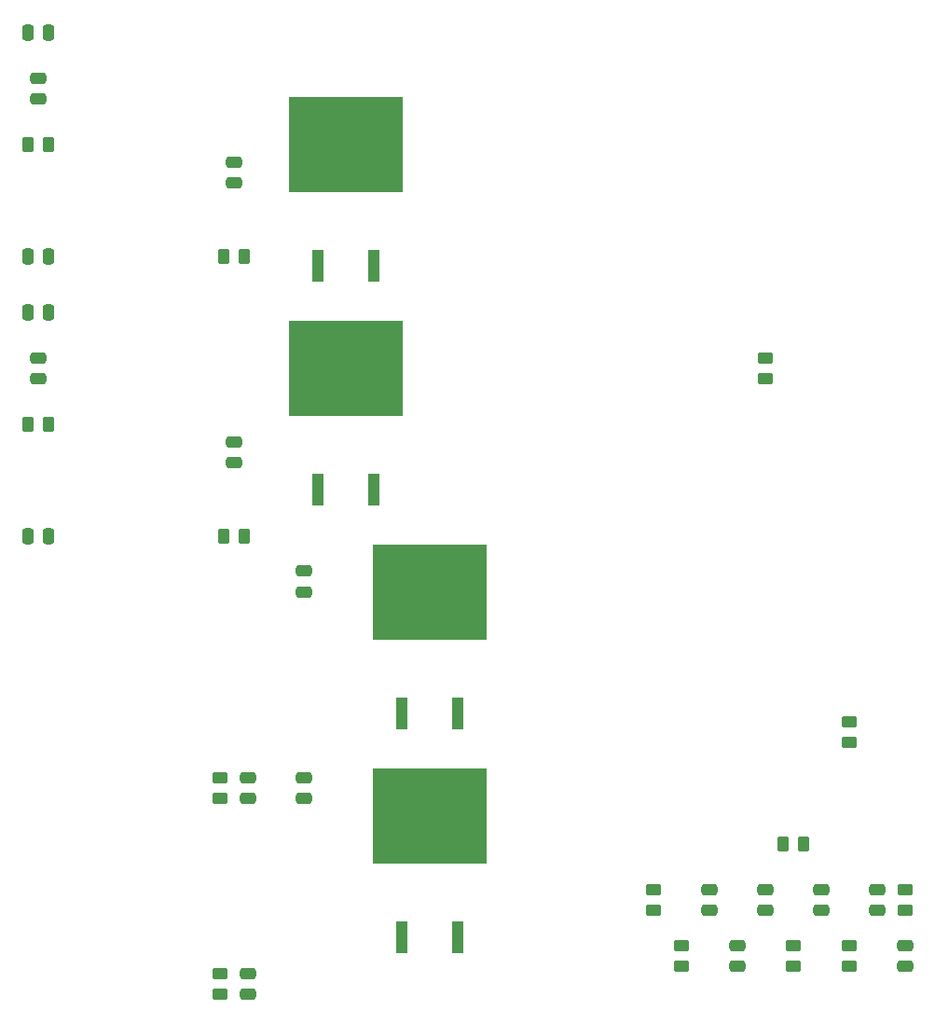
<source format=gbr>
%TF.GenerationSoftware,KiCad,Pcbnew,(6.0.1)*%
%TF.CreationDate,2022-02-19T17:03:56+01:00*%
%TF.ProjectId,PSU,5053552e-6b69-4636-9164-5f7063625858,rev?*%
%TF.SameCoordinates,Original*%
%TF.FileFunction,Paste,Top*%
%TF.FilePolarity,Positive*%
%FSLAX46Y46*%
G04 Gerber Fmt 4.6, Leading zero omitted, Abs format (unit mm)*
G04 Created by KiCad (PCBNEW (6.0.1)) date 2022-02-19 17:03:56*
%MOMM*%
%LPD*%
G01*
G04 APERTURE LIST*
G04 Aperture macros list*
%AMRoundRect*
0 Rectangle with rounded corners*
0 $1 Rounding radius*
0 $2 $3 $4 $5 $6 $7 $8 $9 X,Y pos of 4 corners*
0 Add a 4 corners polygon primitive as box body*
4,1,4,$2,$3,$4,$5,$6,$7,$8,$9,$2,$3,0*
0 Add four circle primitives for the rounded corners*
1,1,$1+$1,$2,$3*
1,1,$1+$1,$4,$5*
1,1,$1+$1,$6,$7*
1,1,$1+$1,$8,$9*
0 Add four rect primitives between the rounded corners*
20,1,$1+$1,$2,$3,$4,$5,0*
20,1,$1+$1,$4,$5,$6,$7,0*
20,1,$1+$1,$6,$7,$8,$9,0*
20,1,$1+$1,$8,$9,$2,$3,0*%
G04 Aperture macros list end*
%ADD10RoundRect,0.250000X0.450000X-0.262500X0.450000X0.262500X-0.450000X0.262500X-0.450000X-0.262500X0*%
%ADD11RoundRect,0.250000X0.262500X0.450000X-0.262500X0.450000X-0.262500X-0.450000X0.262500X-0.450000X0*%
%ADD12RoundRect,0.250000X-0.450000X0.262500X-0.450000X-0.262500X0.450000X-0.262500X0.450000X0.262500X0*%
%ADD13RoundRect,0.250000X-0.262500X-0.450000X0.262500X-0.450000X0.262500X0.450000X-0.262500X0.450000X0*%
%ADD14R,0.990600X2.997200*%
%ADD15R,10.337800X8.712200*%
%ADD16RoundRect,0.250000X0.475000X-0.250000X0.475000X0.250000X-0.475000X0.250000X-0.475000X-0.250000X0*%
%ADD17RoundRect,0.250000X-0.475000X0.250000X-0.475000X-0.250000X0.475000X-0.250000X0.475000X0.250000X0*%
%ADD18RoundRect,0.250000X-0.250000X-0.475000X0.250000X-0.475000X0.250000X0.475000X-0.250000X0.475000X0*%
G04 APERTURE END LIST*
D10*
%TO.C,R2*%
X76200000Y-120292500D03*
X76200000Y-118467500D03*
%TD*%
%TO.C,R14*%
X83820000Y-66952500D03*
X83820000Y-65127500D03*
%TD*%
%TO.C,R13*%
X91440000Y-99972500D03*
X91440000Y-98147500D03*
%TD*%
D11*
%TO.C,R12*%
X18692500Y-71120000D03*
X16867500Y-71120000D03*
%TD*%
D10*
%TO.C,R11*%
X34290000Y-122832500D03*
X34290000Y-121007500D03*
%TD*%
D11*
%TO.C,R10*%
X36472500Y-81280000D03*
X34647500Y-81280000D03*
%TD*%
D12*
%TO.C,R9*%
X96520000Y-113387500D03*
X96520000Y-115212500D03*
%TD*%
%TO.C,R8*%
X91440000Y-118467500D03*
X91440000Y-120292500D03*
%TD*%
%TO.C,R7*%
X86360000Y-118467500D03*
X86360000Y-120292500D03*
%TD*%
D11*
%TO.C,R6*%
X18692500Y-45720000D03*
X16867500Y-45720000D03*
%TD*%
D10*
%TO.C,R5*%
X34290000Y-105052500D03*
X34290000Y-103227500D03*
%TD*%
D11*
%TO.C,R4*%
X36472500Y-55880000D03*
X34647500Y-55880000D03*
%TD*%
D13*
%TO.C,R3*%
X85447500Y-109220000D03*
X87272500Y-109220000D03*
%TD*%
D10*
%TO.C,R1*%
X73660000Y-115212500D03*
X73660000Y-113387500D03*
%TD*%
D14*
%TO.C,U5*%
X43180000Y-77050900D03*
X48260000Y-77050900D03*
D15*
X45720000Y-66040000D03*
%TD*%
D14*
%TO.C,U4*%
X50800000Y-117690900D03*
X55880000Y-117690900D03*
D15*
X53340000Y-106680000D03*
%TD*%
D14*
%TO.C,U2*%
X43180000Y-56730900D03*
X48260000Y-56730900D03*
D15*
X45720000Y-45720000D03*
%TD*%
D14*
%TO.C,U1*%
X50800000Y-97370900D03*
X55880000Y-97370900D03*
D15*
X53340000Y-86360000D03*
%TD*%
D16*
%TO.C,C26*%
X17780000Y-66990000D03*
X17780000Y-65090000D03*
%TD*%
D17*
%TO.C,C25*%
X36830000Y-120970000D03*
X36830000Y-122870000D03*
%TD*%
D18*
%TO.C,C24*%
X16830000Y-60960000D03*
X18730000Y-60960000D03*
%TD*%
D17*
%TO.C,C20*%
X35560000Y-72710000D03*
X35560000Y-74610000D03*
%TD*%
D18*
%TO.C,C19*%
X16830000Y-81280000D03*
X18730000Y-81280000D03*
%TD*%
D16*
%TO.C,C18*%
X41910000Y-105090000D03*
X41910000Y-103190000D03*
%TD*%
%TO.C,C17*%
X96520000Y-120330000D03*
X96520000Y-118430000D03*
%TD*%
D17*
%TO.C,C15*%
X93980000Y-113350000D03*
X93980000Y-115250000D03*
%TD*%
D16*
%TO.C,C14*%
X81280000Y-118430000D03*
X81280000Y-120330000D03*
%TD*%
%TO.C,C13*%
X17780000Y-41590000D03*
X17780000Y-39690000D03*
%TD*%
D17*
%TO.C,C12*%
X36830000Y-103190000D03*
X36830000Y-105090000D03*
%TD*%
D18*
%TO.C,C11*%
X16830000Y-35560000D03*
X18730000Y-35560000D03*
%TD*%
D17*
%TO.C,C7*%
X35560000Y-47310000D03*
X35560000Y-49210000D03*
%TD*%
D18*
%TO.C,C6*%
X16830000Y-55880000D03*
X18730000Y-55880000D03*
%TD*%
D16*
%TO.C,C5*%
X41910000Y-86360000D03*
X41910000Y-84460000D03*
%TD*%
D17*
%TO.C,C4*%
X88900000Y-113350000D03*
X88900000Y-115250000D03*
%TD*%
%TO.C,C2*%
X83820000Y-113350000D03*
X83820000Y-115250000D03*
%TD*%
%TO.C,C1*%
X78740000Y-113350000D03*
X78740000Y-115250000D03*
%TD*%
M02*

</source>
